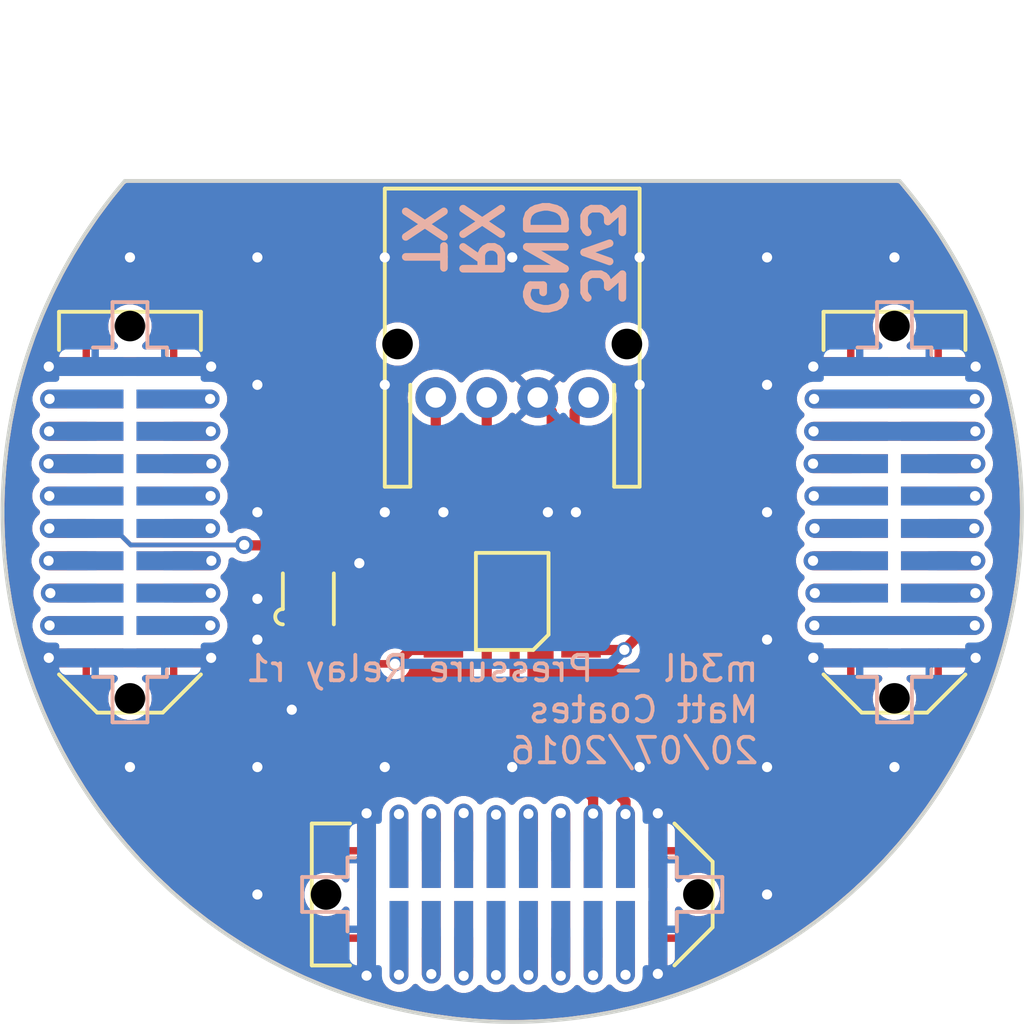
<source format=kicad_pcb>
(kicad_pcb (version 20221018) (generator pcbnew)
  (layers (0 "F.Cu" signal) (31 "B.Cu" signal) (34 "B.Paste" user) (35 "F.Paste" user) (36 "B.SilkS" user "B.Silkscreen") (37 "F.SilkS" user "F.Silkscreen") (38 "B.Mask" user) (39 "F.Mask" user) (44 "Edge.Cuts" user))
  (net 0 "")
  (net 1 "/3v3_DL")
  (net 2 "GND")
  (net 3 "3v3")
  (net 4 "Net-(IC1-Pad2)")
  (net 5 "Net-(IC1-Pad3)")
  (net 6 "/TX")
  (net 7 "/RX")
  (net 8 "/PRESSURE2")
  (net 9 "/PRESSURE1")
  (net 10 "/3v3_IMU")
  (net 11 "/JTMS")
  (net 12 "/3v3_RADIO")
  (net 13 "/JTCK")
  (net 14 "/3v3_FC")
  (net 15 "/JTDI")
  (net 16 "/3v3_PYRO")
  (net 17 "/JTDR")
  (net 18 "/RSVD1")
  (net 19 "/3v3_AUX1")
  (net 20 "/5v_CAN")
  (net 21 "/3v3_AUX2")
  (net 22 "/CAN-")
  (net 23 "/RSVD2")
  (net 24 "/CAN+")
  (net 25 "/PYRO_SO")
  (net 26 "/PYRO_SI")
  (net 27 "/5v_RADIO")
  (net 28 "/PYRO1")
  (net 29 "/5v_IMU")
  (net 30 "/PYRO2")
  (net 31 "/5v_AUX1")
  (net 32 "/PYRO3")
  (net 33 "/5v_AUX2")
  (net 34 "/PYRO4")
  (net 35 "/5v_CAM")
  (net 36 "/PWR")
  (net 37 "/CHARGE")
  (net 38 "/PRESSURE3")
  (net 39 "/STRAIN1")
  (net 40 "/SPI1_SCK")
  (net 41 "/STRAIN2")
  (net 42 "/SPI1_MISO")
  (net 43 "/STRAIN3")
  (net 44 "/SPI1_MOSI")
  (net 45 "/STRAIN4")
  (net 46 "/PRESSURE4")
  (net 47 "/STRAIN5")
  (net 48 "/PRESSURE5")
  (net 49 "/STRAIN6")
  (net 50 "/TEMP_INT")
  (net 51 "/SPI1_CS")
  (footprint "agg:0402-L" (layer "F.Cu") (at 91.5 101.3)
    (fp_text reference "C1")
    (fp_text value "1u")
    (pad "1" smd rect (at -0.4 0) (size 0.52 0.52) (layers "F.Cu" "F.Paste" "F.Mask") (net 1 "/3v3_DL"))
    (pad "2" smd rect (at 0.4 0) (size 0.52 0.52) (layers "F.Cu" "F.Paste" "F.Mask") (net 2 "GND"))
  )
  (footprint "agg:0402-L" (layer "F.Cu") (at 91.35 106.35 -90)
    (fp_text reference "C2")
    (fp_text value "1u")
    (pad "1" smd rect (at -0.4 0 270) (size 0.52 0.52) (layers "F.Cu" "F.Paste" "F.Mask") (net 3 "3v3"))
    (pad "2" smd rect (at 0.4 0 270) (size 0.52 0.52) (layers "F.Cu" "F.Paste" "F.Mask") (net 2 "GND"))
  )
  (footprint "agg:0402" (layer "F.Cu") (at 102 97.1)
    (fp_text reference "D1")
    (fp_text value "ESD_DIODE")
    (pad "1" smd rect (at -0.45 0) (size 0.62 0.62) (layers "F.Cu" "F.Paste" "F.Mask") (net 2 "GND"))
    (pad "2" smd rect (at 0.45 0) (size 0.62 0.62) (layers "F.Cu" "F.Paste" "F.Mask") (net 3 "3v3"))
  )
  (footprint "agg:DFN-6-EP-ONSEMI" (layer "F.Cu") (at 92 103.4 90)
    (fp_text reference "IC1")
    (fp_text value "NCP380")
    (pad "1" smd rect (at -0.915 -0.65 90) (size 0.47 0.4) (layers "F.Cu" "F.Paste" "F.Mask") (net 3 "3v3"))
    (pad "2" smd rect (at -0.915 0 90) (size 0.47 0.4) (layers "F.Cu" "F.Paste" "F.Mask") (net 4 "Net-(IC1-Pad2)"))
    (pad "3" smd rect (at -0.915 0.65 90) (size 0.47 0.4) (layers "F.Cu" "F.Paste" "F.Mask") (net 5 "Net-(IC1-Pad3)"))
    (pad "4" smd rect (at 0.915 0.65 90) (size 0.47 0.4) (layers "F.Cu" "F.Paste" "F.Mask") (net 2 "GND"))
    (pad "5" smd rect (at 0.915 0 90) (size 0.47 0.4) (layers "F.Cu" "F.Paste" "F.Mask") (net 2 "GND"))
    (pad "6" smd rect (at 0.915 -0.65 90) (size 0.47 0.4) (layers "F.Cu" "F.Paste" "F.Mask") (net 1 "/3v3_DL"))
    (pad "EP" smd rect (at 0 -0.35 90) (size 0.5 0.5) (layers "F.Cu" "F.Paste") (net 2 "GND"))
    (pad "EP" smd rect (at 0 0 90) (size 0.95 1.7) (layers "F.Cu" "F.Mask") (net 2 "GND"))
    (pad "EP" smd rect (at 0 0.35 90) (size 0.5 0.5) (layers "F.Cu" "F.Paste") (net 2 "GND"))
  )
  (footprint "agg:SOIC-8" (layer "F.Cu") (at 100 103.5 180)
    (fp_text reference "IC2")
    (fp_text value "ADuM1201")
    (pad "1" smd rect (at -2.7 -1.905 180) (size 1.55 0.6) (layers "F.Cu" "F.Paste" "F.Mask") (net 3 "3v3"))
    (pad "2" smd rect (at -2.7 -0.635 180) (size 1.55 0.6) (layers "F.Cu" "F.Paste" "F.Mask") (net 6 "/TX"))
    (pad "3" smd rect (at -2.7 0.635 180) (size 1.55 0.6) (layers "F.Cu" "F.Paste" "F.Mask") (net 7 "/RX"))
    (pad "4" smd rect (at -2.7 1.905 180) (size 1.55 0.6) (layers "F.Cu" "F.Paste" "F.Mask") (net 2 "GND"))
    (pad "5" smd rect (at 2.7 1.905 180) (size 1.55 0.6) (layers "F.Cu" "F.Paste" "F.Mask") (net 2 "GND"))
    (pad "6" smd rect (at 2.7 0.635 180) (size 1.55 0.6) (layers "F.Cu" "F.Paste" "F.Mask") (net 8 "/PRESSURE2"))
    (pad "7" smd rect (at 2.7 -0.635 180) (size 1.55 0.6) (layers "F.Cu" "F.Paste" "F.Mask") (net 9 "/PRESSURE1"))
    (pad "8" smd rect (at 2.7 -1.905 180) (size 1.55 0.6) (layers "F.Cu" "F.Paste" "F.Mask") (net 3 "3v3"))
  )
  (footprint "agg:TFML-110-02-L-D" (layer "F.Cu") (at 85 100 -90)
    (fp_text reference "J1")
    (fp_text value "WEST TOP")
    (pad "1" smd rect (at -5.715 1.715 270) (size 0.74 2.92) (layers "F.Cu" "F.Paste" "F.Mask") (net 2 "GND"))
    (pad "2" smd rect (at -5.715 -1.715 270) (size 0.74 2.92) (layers "F.Cu" "F.Paste" "F.Mask") (net 2 "GND"))
    (pad "3" smd rect (at -4.445 1.715 270) (size 0.74 2.92) (layers "F.Cu" "F.Paste" "F.Mask") (net 10 "/3v3_IMU"))
    (pad "4" smd rect (at -4.445 -1.715 270) (size 0.74 2.92) (layers "F.Cu" "F.Paste" "F.Mask") (net 11 "/JTMS"))
    (pad "5" smd rect (at -3.175 1.715 270) (size 0.74 2.92) (layers "F.Cu" "F.Paste" "F.Mask") (net 12 "/3v3_RADIO"))
    (pad "6" smd rect (at -3.175 -1.715 270) (size 0.74 2.92) (layers "F.Cu" "F.Paste" "F.Mask") (net 13 "/JTCK"))
    (pad "7" smd rect (at -1.905 1.715 270) (size 0.74 2.92) (layers "F.Cu" "F.Paste" "F.Mask") (net 14 "/3v3_FC"))
    (pad "8" smd rect (at -1.905 -1.715 270) (size 0.74 2.92) (layers "F.Cu" "F.Paste" "F.Mask") (net 15 "/JTDI"))
    (pad "9" smd rect (at -0.635 1.715 270) (size 0.74 2.92) (layers "F.Cu" "F.Paste" "F.Mask") (net 16 "/3v3_PYRO"))
    (pad "10" smd rect (at -0.635 -1.715 270) (size 0.74 2.92) (layers "F.Cu" "F.Paste" "F.Mask") (net 17 "/JTDR"))
    (pad "11" smd rect (at 0.635 1.715 270) (size 0.74 2.92) (layers "F.Cu" "F.Paste" "F.Mask") (net 1 "/3v3_DL"))
    (pad "12" smd rect (at 0.635 -1.715 270) (size 0.74 2.92) (layers "F.Cu" "F.Paste" "F.Mask") (net 18 "/RSVD1"))
    (pad "13" smd rect (at 1.905 1.715 270) (size 0.74 2.92) (layers "F.Cu" "F.Paste" "F.Mask") (net 19 "/3v3_AUX1"))
    (pad "14" smd rect (at 1.905 -1.715 270) (size 0.74 2.92) (layers "F.Cu" "F.Paste" "F.Mask") (net 20 "/5v_CAN"))
    (pad "15" smd rect (at 3.175 1.715 270) (size 0.74 2.92) (layers "F.Cu" "F.Paste" "F.Mask") (net 21 "/3v3_AUX2"))
    (pad "16" smd rect (at 3.175 -1.715 270) (size 0.74 2.92) (layers "F.Cu" "F.Paste" "F.Mask") (net 22 "/CAN-"))
    (pad "17" smd rect (at 4.445 1.715 270) (size 0.74 2.92) (layers "F.Cu" "F.Paste" "F.Mask") (net 23 "/RSVD2"))
    (pad "18" smd rect (at 4.445 -1.715 270) (size 0.74 2.92) (layers "F.Cu" "F.Paste" "F.Mask") (net 24 "/CAN+"))
    (pad "19" smd rect (at 5.715 1.715 270) (size 0.74 2.92) (layers "F.Cu" "F.Paste" "F.Mask") (net 2 "GND"))
    (pad "20" smd rect (at 5.715 -1.715 270) (size 0.74 2.92) (layers "F.Cu" "F.Paste" "F.Mask") (net 2 "GND"))
  )
  (footprint "agg:TFML-110-02-L-D" (layer "F.Cu") (at 115 100 -90)
    (fp_text reference "J2")
    (fp_text value "EAST TOP")
    (pad "1" smd rect (at -5.715 1.715 270) (size 0.74 2.92) (layers "F.Cu" "F.Paste" "F.Mask") (net 2 "GND"))
    (pad "2" smd rect (at -5.715 -1.715 270) (size 0.74 2.92) (layers "F.Cu" "F.Paste" "F.Mask") (net 2 "GND"))
    (pad "3" smd rect (at -4.445 1.715 270) (size 0.74 2.92) (layers "F.Cu" "F.Paste" "F.Mask") (net 25 "/PYRO_SO"))
    (pad "4" smd rect (at -4.445 -1.715 270) (size 0.74 2.92) (layers "F.Cu" "F.Paste" "F.Mask") (net 25 "/PYRO_SO"))
    (pad "5" smd rect (at -3.175 1.715 270) (size 0.74 2.92) (layers "F.Cu" "F.Paste" "F.Mask") (net 26 "/PYRO_SI"))
    (pad "6" smd rect (at -3.175 -1.715 270) (size 0.74 2.92) (layers "F.Cu" "F.Paste" "F.Mask") (net 26 "/PYRO_SI"))
    (pad "7" smd rect (at -1.905 1.715 270) (size 0.74 2.92) (layers "F.Cu" "F.Paste" "F.Mask") (net 27 "/5v_RADIO"))
    (pad "8" smd rect (at -1.905 -1.715 270) (size 0.74 2.92) (layers "F.Cu" "F.Paste" "F.Mask") (net 28 "/PYRO1"))
    (pad "9" smd rect (at -0.635 1.715 270) (size 0.74 2.92) (layers "F.Cu" "F.Paste" "F.Mask") (net 29 "/5v_IMU"))
    (pad "10" smd rect (at -0.635 -1.715 270) (size 0.74 2.92) (layers "F.Cu" "F.Paste" "F.Mask") (net 30 "/PYRO2"))
    (pad "11" smd rect (at 0.635 1.715 270) (size 0.74 2.92) (layers "F.Cu" "F.Paste" "F.Mask") (net 31 "/5v_AUX1"))
    (pad "12" smd rect (at 0.635 -1.715 270) (size 0.74 2.92) (layers "F.Cu" "F.Paste" "F.Mask") (net 32 "/PYRO3"))
    (pad "13" smd rect (at 1.905 1.715 270) (size 0.74 2.92) (layers "F.Cu" "F.Paste" "F.Mask") (net 33 "/5v_AUX2"))
    (pad "14" smd rect (at 1.905 -1.715 270) (size 0.74 2.92) (layers "F.Cu" "F.Paste" "F.Mask") (net 34 "/PYRO4"))
    (pad "15" smd rect (at 3.175 1.715 270) (size 0.74 2.92) (layers "F.Cu" "F.Paste" "F.Mask") (net 35 "/5v_CAM"))
    (pad "16" smd rect (at 3.175 -1.715 270) (size 0.74 2.92) (layers "F.Cu" "F.Paste" "F.Mask") (net 36 "/PWR"))
    (pad "17" smd rect (at 4.445 1.715 270) (size 0.74 2.92) (layers "F.Cu" "F.Paste" "F.Mask") (net 37 "/CHARGE"))
    (pad "18" smd rect (at 4.445 -1.715 270) (size 0.74 2.92) (layers "F.Cu" "F.Paste" "F.Mask") (net 37 "/CHARGE"))
    (pad "19" smd rect (at 5.715 1.715 270) (size 0.74 2.92) (layers "F.Cu" "F.Paste" "F.Mask") (net 2 "GND"))
    (pad "20" smd rect (at 5.715 -1.715 270) (size 0.74 2.92) (layers "F.Cu" "F.Paste" "F.Mask") (net 2 "GND"))
  )
  (footprint "agg:S04B-PASK-2" (layer "F.Cu") (at 100 95.5)
    (fp_text reference "J4")
    (fp_text value "UART")
    (pad "" np_thru_hole circle (at -4.5 -2.1) (size 1.2 1.2) (drill 1.2) (layers "*.Mask"))
    (pad "" np_thru_hole circle (at 4.5 -2.1) (size 1.2 1.2) (drill 1.2) (layers "*.Mask"))
    (pad "1" thru_hole circle (at 3 0) (size 1.6 1.6) (drill 0.8) (layers "*.Cu" "*.Mask") (net 3 "3v3"))
    (pad "2" thru_hole circle (at 1 0) (size 1.6 1.6) (drill 0.8) (layers "*.Cu" "*.Mask") (net 2 "GND"))
    (pad "3" thru_hole circle (at -1 0) (size 1.6 1.6) (drill 0.8) (layers "*.Cu" "*.Mask") (net 7 "/RX"))
    (pad "4" thru_hole circle (at -3 0) (size 1.6 1.6) (drill 0.8) (layers "*.Cu" "*.Mask") (net 6 "/TX"))
  )
  (footprint "agg:TFML-110-02-L-D" (layer "F.Cu") (at 100 115)
    (fp_text reference "J6")
    (fp_text value "SOUTH TOP")
    (pad "1" smd rect (at -5.715 1.715) (size 0.74 2.92) (layers "F.Cu" "F.Paste" "F.Mask") (net 2 "GND"))
    (pad "2" smd rect (at -5.715 -1.715) (size 0.74 2.92) (layers "F.Cu" "F.Paste" "F.Mask") (net 2 "GND"))
    (pad "3" smd rect (at -4.445 1.715) (size 0.74 2.92) (layers "F.Cu" "F.Paste" "F.Mask") (net 38 "/PRESSURE3"))
    (pad "4" smd rect (at -4.445 -1.715) (size 0.74 2.92) (layers "F.Cu" "F.Paste" "F.Mask") (net 39 "/STRAIN1"))
    (pad "5" smd rect (at -3.175 1.715) (size 0.74 2.92) (layers "F.Cu" "F.Paste" "F.Mask") (net 40 "/SPI1_SCK"))
    (pad "6" smd rect (at -3.175 -1.715) (size 0.74 2.92) (layers "F.Cu" "F.Paste" "F.Mask") (net 41 "/STRAIN2"))
    (pad "7" smd rect (at -1.905 1.715) (size 0.74 2.92) (layers "F.Cu" "F.Paste" "F.Mask") (net 42 "/SPI1_MISO"))
    (pad "8" smd rect (at -1.905 -1.715) (size 0.74 2.92) (layers "F.Cu" "F.Paste" "F.Mask") (net 43 "/STRAIN3"))
    (pad "9" smd rect (at -0.635 1.715) (size 0.74 2.92) (layers "F.Cu" "F.Paste" "F.Mask") (net 44 "/SPI1_MOSI"))
    (pad "10" smd rect (at -0.635 -1.715) (size 0.74 2.92) (layers "F.Cu" "F.Paste" "F.Mask") (net 45 "/STRAIN4"))
    (pad "11" smd rect (at 0.635 1.715) (size 0.74 2.92) (layers "F.Cu" "F.Paste" "F.Mask") (net 46 "/PRESSURE4"))
    (pad "12" smd rect (at 0.635 -1.715) (size 0.74 2.92) (layers "F.Cu" "F.Paste" "F.Mask") (net 47 "/STRAIN5"))
    (pad "13" smd rect (at 1.905 1.715) (size 0.74 2.92) (layers "F.Cu" "F.Paste" "F.Mask") (net 48 "/PRESSURE5"))
    (pad "14" smd rect (at 1.905 -1.715) (size 0.74 2.92) (layers "F.Cu" "F.Paste" "F.Mask") (net 49 "/STRAIN6"))
    (pad "15" smd rect (at 3.175 1.715) (size 0.74 2.92) (layers "F.Cu" "F.Paste" "F.Mask") (net 50 "/TEMP_INT"))
    (pad "16" smd rect (at 3.175 -1.715) (size 0.74 2.92) (layers "F.Cu" "F.Paste" "F.Mask") (net 9 "/PRESSURE1"))
    (pad "17" smd rect (at 4.445 1.715) (size 0.74 2.92) (layers "F.Cu" "F.Paste" "F.Mask") (net 51 "/SPI1_CS"))
    (pad "18" smd rect (at 4.445 -1.715) (size 0.74 2.92) (layers "F.Cu" "F.Paste" "F.Mask") (net 8 "/PRESSURE2"))
    (pad "19" smd rect (at 5.715 1.715) (size 0.74 2.92) (layers "F.Cu" "F.Paste" "F.Mask") (net 2 "GND"))
    (pad "20" smd rect (at 5.715 -1.715) (size 0.74 2.92) (layers "F.Cu" "F.Paste" "F.Mask") (net 2 "GND"))
  )
  (footprint "agg:0402-L" (layer "F.Cu") (at 94 103.4 90)
    (fp_text reference "R1")
    (fp_text value "110k")
    (pad "1" smd rect (at -0.4 0 90) (size 0.52 0.52) (layers "F.Cu" "F.Paste" "F.Mask") (net 4 "Net-(IC1-Pad2)"))
    (pad "2" smd rect (at 0.4 0 90) (size 0.52 0.52) (layers "F.Cu" "F.Paste" "F.Mask") (net 2 "GND"))
  )
  (footprint "agg:SFML-110-02-L-D-LC" (layer "B.Cu") (at 85 100 -90)
    (fp_text reference "J3")
    (fp_text value "WEST BOT")
    (pad "" np_thru_hole circle (at -7.305 0 270) (size 1.2 1.2) (drill 1.2) (layers "*.Mask"))
    (pad "" np_thru_hole circle (at 7.305 0 270) (size 1.2 1.2) (drill 1.2) (layers "*.Mask"))
    (pad "1" smd rect (at -5.715 1.365 270) (size 0.74 2.22) (layers "B.Cu" "B.Paste" "B.Mask") (net 2 "GND"))
    (pad "2" smd rect (at -5.715 -1.365 270) (size 0.74 2.22) (layers "B.Cu" "B.Paste" "B.Mask") (net 2 "GND"))
    (pad "3" smd rect (at -4.445 1.365 270) (size 0.74 2.22) (layers "B.Cu" "B.Paste" "B.Mask") (net 10 "/3v3_IMU"))
    (pad "4" smd rect (at -4.445 -1.365 270) (size 0.74 2.22) (layers "B.Cu" "B.Paste" "B.Mask") (net 11 "/JTMS"))
    (pad "5" smd rect (at -3.175 1.365 270) (size 0.74 2.22) (layers "B.Cu" "B.Paste" "B.Mask") (net 12 "/3v3_RADIO"))
    (pad "6" smd rect (at -3.175 -1.365 270) (size 0.74 2.22) (layers "B.Cu" "B.Paste" "B.Mask") (net 13 "/JTCK"))
    (pad "7" smd rect (at -1.905 1.365 270) (size 0.74 2.22) (layers "B.Cu" "B.Paste" "B.Mask") (net 14 "/3v3_FC"))
    (pad "8" smd rect (at -1.905 -1.365 270) (size 0.74 2.22) (layers "B.Cu" "B.Paste" "B.Mask") (net 15 "/JTDI"))
    (pad "9" smd rect (at -0.635 1.365 270) (size 0.74 2.22) (layers "B.Cu" "B.Paste" "B.Mask") (net 16 "/3v3_PYRO"))
    (pad "10" smd rect (at -0.635 -1.365 270) (size 0.74 2.22) (layers "B.Cu" "B.Paste" "B.Mask") (net 17 "/JTDR"))
    (pad "11" smd rect (at 0.635 1.365 270) (size 0.74 2.22) (layers "B.Cu" "B.Paste" "B.Mask") (net 1 "/3v3_DL"))
    (pad "12" smd rect (at 0.635 -1.365 270) (size 0.74 2.22) (layers "B.Cu" "B.Paste" "B.Mask") (net 18 "/RSVD1"))
    (pad "13" smd rect (at 1.905 1.365 270) (size 0.74 2.22) (layers "B.Cu" "B.Paste" "B.Mask") (net 19 "/3v3_AUX1"))
    (pad "14" smd rect (at 1.905 -1.365 270) (size 0.74 2.22) (layers "B.Cu" "B.Paste" "B.Mask") (net 20 "/5v_CAN"))
    (pad "15" smd rect (at 3.175 1.365 270) (size 0.74 2.22) (layers "B.Cu" "B.Paste" "B.Mask") (net 21 "/3v3_AUX2"))
    (pad "16" smd rect (at 3.175 -1.365 270) (size 0.74 2.22) (layers "B.Cu" "B.Paste" "B.Mask") (net 22 "/CAN-"))
    (pad "17" smd rect (at 4.445 1.365 270) (size 0.74 2.22) (layers "B.Cu" "B.Paste" "B.Mask") (net 23 "/RSVD2"))
    (pad "18" smd rect (at 4.445 -1.365 270) (size 0.74 2.22) (layers "B.Cu" "B.Paste" "B.Mask") (net 24 "/CAN+"))
    (pad "19" smd rect (at 5.715 1.365 270) (size 0.74 2.22) (layers "B.Cu" "B.Paste" "B.Mask") (net 2 "GND"))
    (pad "20" smd rect (at 5.715 -1.365 270) (size 0.74 2.22) (layers "B.Cu" "B.Paste" "B.Mask") (net 2 "GND"))
  )
  (footprint "agg:SFML-110-02-L-D-LC" (layer "B.Cu") (at 115 100 -90)
    (fp_text reference "J5")
    (fp_text value "EAST BOT")
    (pad "" np_thru_hole circle (at -7.305 0 270) (size 1.2 1.2) (drill 1.2) (layers "*.Mask"))
    (pad "" np_thru_hole circle (at 7.305 0 270) (size 1.2 1.2) (drill 1.2) (layers "*.Mask"))
    (pad "1" smd rect (at -5.715 1.365 270) (size 0.74 2.22) (layers "B.Cu" "B.Paste" "B.Mask") (net 2 "GND"))
    (pad "2" smd rect (at -5.715 -1.365 270) (size 0.74 2.22) (layers "B.Cu" "B.Paste" "B.Mask") (net 2 "GND"))
    (pad "3" smd rect (at -4.445 1.365 270) (size 0.74 2.22) (layers "B.Cu" "B.Paste" "B.Mask") (net 25 "/PYRO_SO"))
    (pad "4" smd rect (at -4.445 -1.365 270) (size 0.74 2.22) (layers "B.Cu" "B.Paste" "B.Mask") (net 25 "/PYRO_SO"))
    (pad "5" smd rect (at -3.175 1.365 270) (size 0.74 2.22) (layers "B.Cu" "B.Paste" "B.Mask") (net 26 "/PYRO_SI"))
    (pad "6" smd rect (at -3.175 -1.365 270) (size 0.74 2.22) (layers "B.Cu" "B.Paste" "B.Mask") (net 26 "/PYRO_SI"))
    (pad "7" smd rect (at -1.905 1.365 270) (size 0.74 2.22) (layers "B.Cu" "B.Paste" "B.Mask") (net 27 "/5v_RADIO"))
    (pad "8" smd rect (at -1.905 -1.365 270) (size 0.74 2.22) (layers "B.Cu" "B.Paste" "B.Mask") (net 28 "/PYRO1"))
    (pad "9" smd rect (at -0.635 1.365 270) (size 0.74 2.22) (layers "B.Cu" "B.Paste" "B.Mask") (net 29 "/5v_IMU"))
    (pad "10" smd rect (at -0.635 -1.365 270) (size 0.74 2.22) (layers "B.Cu" "B.Paste" "B.Mask") (net 30 "/PYRO2"))
    (pad "11" smd rect (at 0.635 1.365 270) (size 0.74 2.22) (layers "B.Cu" "B.Paste" "B.Mask") (net 31 "/5v_AUX1"))
    (pad "12" smd rect (at 0.635 -1.365 270) (size 0.74 2.22) (layers "B.Cu" "B.Paste" "B.Mask") (net 32 "/PYRO3"))
    (pad "13" smd rect (at 1.905 1.365 270) (size 0.74 2.22) (layers "B.Cu" "B.Paste" "B.Mask") (net 33 "/5v_AUX2"))
    (pad "14" smd rect (at 1.905 -1.365 270) (size 0.74 2.22) (layers "B.Cu" "B.Paste" "B.Mask") (net 34 "/PYRO4"))
    (pad "15" smd rect (at 3.175 1.365 270) (size 0.74 2.22) (layers "B.Cu" "B.Paste" "B.Mask") (net 35 "/5v_CAM"))
    (pad "16" smd rect (at 3.175 -1.365 270) (size 0.74 2.22) (layers "B.Cu" "B.Paste" "B.Mask") (net 36 "/PWR"))
    (pad "17" smd rect (at 4.445 1.365 270) (size 0.74 2.22) (layers "B.Cu" "B.Paste" "B.Mask") (net 37 "/CHARGE"))
    (pad "18" smd rect (at 4.445 -1.365 270) (size 0.74 2.22) (layers "B.Cu" "B.Paste" "B.Mask") (net 37 "/CHARGE"))
    (pad "19" smd rect (at 5.715 1.365 270) (size 0.74 2.22) (layers "B.Cu" "B.Paste" "B.Mask") (net 2 "GND"))
    (pad "20" smd rect (at 5.715 -1.365 270) (size 0.74 2.22) (layers "B.Cu" "B.Paste" "B.Mask") (net 2 "GND"))
  )
  (footprint "agg:SFML-110-02-L-D-LC" (layer "B.Cu") (at 100 115)
    (fp_text reference "J7")
    (fp_text value "SOUTH BOT")
    (pad "" np_thru_hole circle (at -7.305 0) (size 1.2 1.2) (drill 1.2) (layers "*.Mask"))
    (pad "" np_thru_hole circle (at 7.305 0) (size 1.2 1.2) (drill 1.2) (layers "*.Mask"))
    (pad "1" smd rect (at -5.715 1.365) (size 0.74 2.22) (layers "B.Cu" "B.Paste" "B.Mask") (net 2 "GND"))
    (pad "2" smd rect (at -5.715 -1.365) (size 0.74 2.22) (layers "B.Cu" "B.Paste" "B.Mask") (net 2 "GND"))
    (pad "3" smd rect (at -4.445 1.365) (size 0.74 2.22) (layers "B.Cu" "B.Paste" "B.Mask") (net 38 "/PRESSURE3"))
    (pad "4" smd rect (at -4.445 -1.365) (size 0.74 2.22) (layers "B.Cu" "B.Paste" "B.Mask") (net 39 "/STRAIN1"))
    (pad "5" smd rect (at -3.175 1.365) (size 0.74 2.22) (layers "B.Cu" "B.Paste" "B.Mask") (net 40 "/SPI1_SCK"))
    (pad "6" smd rect (at -3.175 -1.365) (size 0.74 2.22) (layers "B.Cu" "B.Paste" "B.Mask") (net 41 "/STRAIN2"))
    (pad "7" smd rect (at -1.905 1.365) (size 0.74 2.22) (layers "B.Cu" "B.Paste" "B.Mask") (net 42 "/SPI1_MISO"))
    (pad "8" smd rect (at -1.905 -1.365) (size 0.74 2.22) (layers "B.Cu" "B.Paste" "B.Mask") (net 43 "/STRAIN3"))
    (pad "9" smd rect (at -0.635 1.365) (size 0.74 2.22) (layers "B.Cu" "B.Paste" "B.Mask") (net 44 "/SPI1_MOSI"))
    (pad "10" smd rect (at -0.635 -1.365) (size 0.74 2.22) (layers "B.Cu" "B.Paste" "B.Mask") (net 45 "/STRAIN4"))
    (pad "11" smd rect (at 0.635 1.365) (size 0.74 2.22) (layers "B.Cu" "B.Paste" "B.Mask") (net 46 "/PRESSURE4"))
    (pad "12" smd rect (at 0.635 -1.365) (size 0.74 2.22) (layers "B.Cu" "B.Paste" "B.Mask") (net 47 "/STRAIN5"))
    (pad "13" smd rect (at 1.905 1.365) (size 0.74 2.22) (layers "B.Cu" "B.Paste" "B.Mask") (net 48 "/PRESSURE5"))
    (pad "14" smd rect (at 1.905 -1.365) (size 0.74 2.22) (layers "B.Cu" "B.Paste" "B.Mask") (net 49 "/STRAIN6"))
    (pad "15" smd rect (at 3.175 1.365) (size 0.74 2.22) (layers "B.Cu" "B.Paste" "B.Mask") (net 50 "/TEMP_INT"))
    (pad "16" smd rect (at 3.175 -1.365) (size 0.74 2.22) (layers "B.Cu" "B.Paste" "B.Mask") (net 9 "/PRESSURE1"))
    (pad "17" smd rect (at 4.445 1.365) (size 0.74 2.22) (layers "B.Cu" "B.Paste" "B.Mask") (net 51 "/SPI1_CS"))
    (pad "18" smd rect (at 4.445 -1.365) (size 0.74 2.22) (layers "B.Cu" "B.Paste" "B.Mask") (net 8 "/PRESSURE2"))
    (pad "19" smd rect (at 5.715 1.365) (size 0.74 2.22) (layers "B.Cu" "B.Paste" "B.Mask") (net 2 "GND"))
    (pad "20" smd rect (at 5.715 -1.365) (size 0.74 2.22) (layers "B.Cu" "B.Paste" "B.Mask") (net 2 "GND"))
  )
  (gr_arc (start 115.2 87) (mid 100 120.001) (end 84.8 87) (stroke (width 0.15)) (layer "Edge.Cuts"))
  (gr_line (start 84.8 87) (end 115.2 87) (stroke (width 0.15)) (layer "Edge.Cuts"))
  (gr_text "3v3" (at 103.5 92 270) (layer "B.SilkS") (effects (font (size 1.5 1.5) (thickness 0.3)) (justify left mirror)))
  (gr_text "RX" (at 98.75 91 270) (layer "B.SilkS") (effects (font (size 1.5 1.5) (thickness 0.3)) (justify left mirror)))
  (gr_text "GND" (at 101.25 92.5 270) (layer "B.SilkS") (effects (font (size 1.5 1.5) (thickness 0.3)) (justify left mirror)))
  (gr_text "m3dl - Pressure Relay r1\nMatt Coates\n20/07/2016\n" (at 109.75 107.75) (layer "B.SilkS") (effects (font (size 1 1)) (justify left mirror)))
  (gr_text "TX" (at 96.5 90.75 270) (layer "B.SilkS") (effects (font (size 1.5 1.5) (thickness 0.3)) (justify left mirror)))
  (segment (start 83.285 100.635) (end 81.835 100.635) (width 0.74) (layer "F.Cu") (net 1))
  (segment (start 91.1 101.3) (end 89.5 101.3) (width 0.4) (layer "F.Cu") (net 1))
  (segment (start 91.35 102.485) (end 91.35 101.875) (width 0.3) (layer "F.Cu") (net 1))
  (segment (start 84.375 100.635) (end 85.02499 101.28499) (width 0.18) (layer "F.Cu") (net 1))
  (segment (start 83.285 100.635) (end 84.375 100.635) (width 0.2) (layer "F.Cu") (net 1))
  (segment (start 91.1 101.625) (end 91.1 101.3) (width 0.3) (layer "F.Cu") (net 1))
  (segment (start 91.35 101.875) (end 91.1 101.625) (width 0.3) (layer "F.Cu") (net 1))
  (segment (start 85.02499 101.28499) (end 89.48499 101.28499) (width 0.18) (layer "F.Cu") (net 1))
  (segment (start 89.5 101.3) (end 89.48499 101.28499) (width 0.4) (layer "F.Cu") (net 1))
  (via (at 81.835 100.635) (size 0.7) (drill 0.4) (layers "F.Cu" "B.Cu") (net 1))
  (via (at 89.48499 101.28499) (size 0.7) (drill 0.4) (layers "F.Cu" "B.Cu") (net 1))
  (segment (start 84.375 100.635) (end 83.635 100.635) (width 0.18) (layer "B.Cu") (net 1))
  (segment (start 85.055008 101.28499) (end 89.48499 101.28499) (width 0.18) (layer "B.Cu") (net 1))
  (segment (start 85.024999 101.284999) (end 85.054999 101.284999) (width 0.18) (layer "B.Cu") (net 1))
  (segment (start 83.635 100.635) (end 81.835 100.635) (width 0.74) (layer "B.Cu") (net 1))
  (segment (start 85.054999 101.284999) (end 85.055008 101.28499) (width 0.18) (layer "B.Cu") (net 1))
  (segment (start 85.024999 101.284999) (end 84.375 100.635) (width 0.18) (layer "B.Cu") (net 1))
  (segment (start 95 110) (end 100 110) (width 0.18) (layer "F.Cu") (net 2))
  (segment (start 92.65 102.485) (end 92.65 102.9) (width 0.3) (layer "F.Cu") (net 2))
  (segment (start 101.55 97.1) (end 101.55 96.05) (width 0.4) (layer "F.Cu") (net 2))
  (segment (start 97.3 101.595) (end 97.3 100) (width 0.18) (layer "F.Cu") (net 2))
  (segment (start 86.715 94.285) (end 88.185 94.285) (width 0.74) (layer "F.Cu") (net 2))
  (segment (start 110 110) (end 110 115) (width 0.18) (layer "F.Cu") (net 2))
  (segment (start 102.7 101.595) (end 102.7 100.2) (width 0.18) (layer "F.Cu") (net 2))
  (segment (start 95 90) (end 90 90) (width 0.18) (layer "F.Cu") (net 2))
  (segment (start 92.55 101.3) (end 91.9 101.3) (width 0.2) (layer "F.Cu") (net 2))
  (segment (start 90.97 103.4) (end 90 103.4) (width 0.18) (layer "F.Cu") (net 2))
  (segment (start 116.715 94.285) (end 118.185 94.285) (width 0.74) (layer "F.Cu") (net 2))
  (segment (start 92.75 101.5) (end 92.55 101.3) (width 0.2) (layer "F.Cu") (net 2))
  (segment (start 113.285 105.715) (end 116.715 105.715) (width 0.74) (layer "F.Cu") (net 2))
  (segment (start 90 90) (end 85 90) (width 0.18) (layer "F.Cu") (net 2))
  (segment (start 81.815 105.715) (end 88.185 105.715) (width 0.74) (layer "F.Cu") (net 2))
  (segment (start 116.715 105.715) (end 118.185 105.715) (width 0.74) (layer "F.Cu") (net 2))
  (segment (start 94.285 111.815) (end 94.285 118.185) (width 0.74) (layer "F.Cu") (net 2))
  (segment (start 90 105) (end 90 110) (width 0.18) (layer "F.Cu") (net 2))
  (segment (start 91.35 106.75) (end 91.35 107.19) (width 0.18) (layer "F.Cu") (net 2))
  (segment (start 105 95) (end 110 90) (width 0.18) (layer "F.Cu") (net 2))
  (segment (start 92 102.485) (end 92 103.4) (width 0.3) (layer "F.Cu") (net 2))
  (segment (start 105.715 118.115) (end 105.715 116.715) (width 0.74) (layer "F.Cu") (net 2))
  (segment (start 102.7 100.2) (end 102.5 100) (width 0.18) (layer "F.Cu") (net 2))
  (segment (start 92 103.4) (end 92.15 103.4) (width 0.2) (layer "F.Cu") (net 2))
  (segment (start 91.35 107.19) (end 91.66 107.5) (width 0.18) (layer "F.Cu") (net 2))
  (segment (start 92 103.4) (end 90.97 103.4) (width 0.18) (layer "F.Cu") (net 2))
  (segment (start 113.285 94.285) (end 111.815 94.285) (width 0.74) (layer "F.Cu") (net 2))
  (segment (start 94 103) (end 94 102) (width 0.18) (layer "F.Cu") (net 2))
  (segment (start 105.715 111.815) (end 105.715 113.285) (width 0.74) (layer "F.Cu") (net 2))
  (segment (start 91.35 106.75) (end 91.35 107.75) (width 0.18) (layer "F.Cu") (net 2))
  (segment (start 101.55 96.05) (end 101 95.5) (width 0.4) (layer "F.Cu") (net 2))
  (segment (start 85 110) (end 90 115) (width 0.18) (layer "F.Cu") (net 2))
  (segment (start 102.5 100) (end 101.4 100) (width 0.18) (layer "F.Cu") (net 2))
  (segment (start 105 90) (end 100 90) (width 0.18) (layer "F.Cu") (net 2))
  (segment (start 90 90) (end 90 95) (width 0.18) (layer "F.Cu") (net 2))
  (segment (start 92.15 103.4) (end 92.65 102.9) (width 0.2) (layer "F.Cu") (net 2))
  (segment (start 92.65 101.85) (end 92.75 101.75) (width 0.2) (layer "F.Cu") (net 2))
  (segment (start 92.75 101.75) (end 92.75 101.5) (width 0.2) (layer "F.Cu") (net 2))
  (segment (start 110 105) (end 110 100) (width 0.18) (layer "F.Cu") (net 2))
  (segment (start 110 90) (end 115 90) (width 0.18) (layer "F.Cu") (net 2))
  (segment (start 91.66 107.5) (end 92.5 107.5) (width 0.18) (layer "F.Cu") (net 2))
  (segment (start 83.285 94.285) (end 86.715 94.285) (width 0.74) (layer "F.Cu") (net 2))
  (segment (start 95.905 101.595) (end 95 102.5) (width 0.18) (layer "F.Cu") (net 2))
  (segment (start 81.815 94.285) (end 83.285 94.285) (width 0.74) (layer "F.Cu") (net 2))
  (segment (start 105.715 116.715) (end 105.715 113.285) (width 0.74) (layer "F.Cu") (net 2))
  (segment (start 97.3 101.595) (end 95.905 101.595) (width 0.18) (layer "F.Cu") (net 2))
  (segment (start 92.65 102.485) (end 92.65 101.85) (width 0.2) (layer "F.Cu") (net 2))
  (segment (start 113.285 94.285) (end 116.715 94.285) (width 0.74) (layer "F.Cu") (net 2))
  (segment (start 113.285 105.715) (end 111.815 105.715) (width 0.74) (layer "F.Cu") (net 2))
  (segment (start 105 110) (end 110 110) (width 0.18) (layer "F.Cu") (net 2))
  (via (at 90 90) (size 0.6) (drill 0.4) (layers "F.Cu" "B.Cu") (net 2))
  (via (at 81.815 94.285) (size 0.7) (drill 0.4) (layers "F.Cu" "B.Cu") (net 2))
  (via (at 90 115) (size 0.6) (drill 0.4) (layers "F.Cu" "B.Cu") (net 2))
  (via (at 110 100) (size 0.6) (drill 0.4) (layers "F.Cu" "B.Cu") (net 2))
  (via (at 90 110) (size 0.6) (drill 0.4) (layers "F.Cu" "B.Cu") (net 2))
  (via (at 110 105) (size 0.6) (drill 0.4) (layers "F.Cu" "B.Cu") (net 2))
  (via (at 90 105) (size 0.6) (drill 0.4) (layers "F.Cu" "B.Cu") (net 2))
  (via (at 90 95) (size 0.6) (drill 0.4) (layers "F.Cu" "B.Cu") (net 2))
  (via (at 105 95) (size 0.6) (drill 0.4) (layers "F.Cu" "B.Cu") (net 2))
  (via (at 105.715 118.115) (size 0.7) (drill 0.4) (layers "F.Cu" "B.Cu") (net 2))
  (via (at 115 110) (size 0.6) (drill 0.4) (layers "F.Cu" "B.Cu") (net 2))
  (via (at 105 110) (size 0.6) (drill 0.4) (layers "F.Cu" "B.Cu") (net 2))
  (via (at 105 90) (size 0.6) (drill 0.4) (layers "F.Cu" "B.Cu") (net 2))
  (via (at 95 110) (size 0.6) (drill 0.4) (layers "F.Cu" "B.Cu") (net 2))
  (via (at 115 90) (size 0.6) (drill 0.4) (layers "F.Cu" "B.Cu") (net 2))
  (via (at 95 90) (size 0.6) (drill 0.4) (layers "F.Cu" "B.Cu") (net 2))
  (via (at 110 95) (size 0.6) (drill 0.4) (layers "F.Cu" "B.Cu") (net 2))
  (via (at 90 103.4) (size 0.6) (drill 0.4) (layers "F.Cu" "B.Cu") (net 2))
  (via (at 81.815 105.715) (size 0.7) (drill 0.4) (layers "F.Cu" "B.Cu") (net 2))
  (via (at 105.715 111.815) (size 0.7) (drill 0.4) (layers "F.Cu" "B.Cu") (net 2))
  (via (at 85 110) (size 0.6) (drill 0.4) (layers "F.Cu" "B.Cu") (net 2))
  (via (at 110 110) (size 0.6) (drill 0.4) (layers "F.Cu" "B.Cu") (net 2))
  (via (at 111.815 105.715) (size 0.7) (drill 0.4) (layers "F.Cu" "B.Cu") (net 2))
  (via (at 91.35 107.75) (size 0.6) (drill 0.4) (layers "F.Cu" "B.Cu") (net 2))
  (via (at 94 102) (size 0.6) (drill 0.4) (layers "F.Cu" "B.Cu") (net 2))
  (via (at 102.5 100) (size 0.6) (drill 0.4) (layers "F.Cu" "B.Cu") (net 2))
  (via (at 118.185 94.285) (size 0.7) (drill 0.4) (layers "F.Cu" "B.Cu") (net 2))
  (via (at 85 90) (size 0.6) (drill 0.4) (layers "F.Cu" "B.Cu") (net 2))
  (via (at 110 115) (size 0.6) (drill 0.4) (layers "F.Cu" "B.Cu") (net 2))
  (via (at 88.185 94.285) (size 0.7) (drill 0.4) (layers "F.Cu" "B.Cu") (net 2))
  (via (at 94.285 111.815) (size 0.7) (drill 0.4) (layers "F.Cu" "B.Cu") (net 2))
  (via (at 94.285 118.185) (size 0.7) (drill 0.4) (layers "F.Cu" "B.Cu") (net 2))
  (via (at 95 100) (size 0.6) (drill 0.4) (layers "F.Cu" "B.Cu") (net 2))
  (via (at 90 100) (size 0.6) (drill 0.4) (layers "F.Cu" "B.Cu") (net 2))
  (via (at 111.815 94.285) (size 0.7) (drill 0.4) (layers "F.Cu" "B.Cu") (net 2))
  (via (at 95 95) (size 0.6) (drill 0.4) (layers "F.Cu" "B.Cu") (net 2))
  (via (at 100 110) (size 0.6) (drill 0.4) (layers "F.Cu" "B.Cu") (net 2))
  (via (at 110 90) (size 0.6) (drill 0.4) (layers "F.Cu" "B.Cu") (net 2))
  (via (at 101.4 100) (size 0.6) (drill 0.4) (layers "F.Cu" "B.Cu") (net 2))
  (via (at 118.185 105.715) (size 0.7) (drill 0.4) (layers "F.Cu" "B.Cu") (net 2))
  (via (at 100 90) (size 0.6) (drill 0.4) (layers "F.Cu" "B.Cu") (net 2))
  (via (at 97.3 100) (size 0.6) (drill 0.4) (layers "F.Cu" "B.Cu") (net 2))
  (via (at 88.185 105.715) (size 0.7) (drill 0.4) (layers "F.Cu" "B.Cu") (net 2))
  (segment (start 105.715 113.635) (end 105.715 111.815) (width 0.74) (layer "B.Cu") (net 2))
  (segment (start 102.5 100) (end 105 100) (width 0.18) (layer "B.Cu") (net 2))
  (segment (start 110 90) (end 105 90) (width 0.18) (layer "B.Cu") (net 2))
  (segment (start 105.715 110.715) (end 105 110) (width 0.18) (layer "B.Cu") (net 2))
  (segment (start 113.635 94.285) (end 116.365 94.285) (width 0.74) (layer "B.Cu") (net 2))
  (segment (start 105.715 111.815) (end 105.715 110.715) (width 0.18) (layer "B.Cu") (net 2))
  (segment (start 111.815 94.285) (end 113.635 94.285) (width 0.74) (layer "B.Cu") (net 2))
  (segment (start 94.285 116.365) (end 94.285 113.635) (width 0.74) (layer "B.Cu") (net 2))
  (segment (start 86.365 105.715) (end 88.185 105.715) (width 0.74) (layer "B.Cu") (net 2))
  (segment (start 94.285 116.365) (end 94.285 118.185) (width 0.74) (layer "B.Cu") (net 2))
  (segment (start 92.5 107.5) (end 95 107.5) (width 0.18) (layer "B.Cu") (net 2))
  (segment (start 110 110) (end 110 105) (width 0.18) (layer "B.Cu") (net 2))
  (segment (start 105.715 113.635) (end 105.715 116.365) (width 0.74) (layer "B.Cu") (net 2))
  (segment (start 92.5 100) (end 90 100) (width 0.18) (layer "B.Cu") (net 2))
  (segment (start 90 105) (end 90 103.4) (width 0.18) (layer "B.Cu") (net 2))
  (segment (start 95 107.5) (end 97.5 107.5) (width 0.18) (layer "B.Cu") (net 2))
  (segment (start 111.815 105.715) (end 113.635 105.715) (width 0.74) (layer "B.Cu") (net 2))
  (segment (start 83.635 94.285) (end 86.365 94.285) (width 0.74) (layer "B.Cu") (net 2))
  (segment (start 110 100) (end 110 95) (width 0.18) (layer "B.Cu") (net 2))
  (segment (start 83.635 94.285) (end 81.815 94.285) (width 0.74) (layer "B.Cu") (net 2))
  (segment (start 90 107.5) (end 90 105) (width 0.18) (layer "B.Cu") (net 2))
  (segment (start 94.285 113.635) (end 94.285 111.815) (width 0.74) (layer "B.Cu") (net 2))
  (segment (start 100 90) (end 95 90) (width 0.18) (layer "B.Cu") (net 2))
  (segment (start 90 110) (end 95 110) (width 0.18) (layer "B.Cu") (net 2))
  (segment (start 116.365 105.715) (end 113.635 105.715) (width 0.74) (layer "B.Cu") (net 2))
  (segment (start 97.5 107.5) (end 102.5 107.5) (width 0.18) (layer "B.Cu") (net 2))
  (segment (start 95 100) (end 97.5 100) (width 0.18) (layer "B.Cu") (net 2))
  (segment (start 83.635 105.715) (end 81.815 105.715) (width 0.74) (layer "B.Cu") (net 2))
  (segment (start 90 110) (end 85 110) (width 0.18) (layer "B.Cu") (net 2))
  (segment (start 95 100) (end 92.5 100) (width 0.18) (layer "B.Cu") (net 2))
  (segment (start 85 90) (end 90 90) (width 0.18) (layer "B.Cu") (net 2))
  (segment (start 110 95) (end 105 95) (width 0.18) (layer "B.Cu") (net 2))
  (segment (start 116.365 94.285) (end 118.185 94.285) (width 0.74) (layer "B.Cu") (net 2))
  (segment (start 90 103.4) (end 90 102.5) (width 0.18) (layer "B.Cu") (net 2))
  (segment (start 90 95) (end 95 95) (width 0.18) (layer "B.Cu") (net 2))
  (segment (start 92.5 107.5) (end 90 107.5) (width 0.18) (layer "B.Cu") (net 2))
  (segment (start 110 115) (end 115 110) (width 0.18) (layer "B.Cu") (net 2))
  (segment (start 118.185 105.715) (end 116.365 105.715) (width 0.74) (layer "B.Cu") (net 2))
  (segment (start 88.185 94.285) (end 86.365 94.285) (width 0.74) (layer "B.Cu") (net 2))
  (segment (start 83.635 105.715) (end 86.365 105.715) (width 0.74) (layer "B.Cu") (net 2))
  (segment (start 105.715 116.365) (end 105.715 118.115) (width 0.74) (layer "B.Cu") (net 2))
  (segment (start 105 101.05) (end 102.45 98.5) (width 0.4) (layer "F.Cu") (net 3))
  (segment (start 95.995 105.405) (end 97.3 105.405) (width 0.4) (layer "F.Cu") (net 3))
  (segment (start 91.35 105.95) (end 94.55 105.95) (width 0.3) (layer "F.Cu") (net 3))
  (segment (start 102.45 97.1) (end 102.45 96.05) (width 0.4) (layer "F.Cu") (net 3))
  (segment (start 102.7 105.405) (end 104.395 105.405) (width 0.4) (layer "F.Cu") (net 3))
  (segment (start 94.55 105.95) (end 95.45 105.95) (width 0.3) (layer "F.Cu") (net 3))
  (segment (start 104.395 105.405) (end 104.4 105.4) (width 0.4) (layer "F.Cu") (net 3))
  (segment (start 91.35 104.85) (end 91.35 104.315) (width 0.3) (layer "F.Cu") (net 3))
  (segment (start 91.35 104.85) (end 91.35 105.95) (width 0.3) (layer "F.Cu") (net 3))
  (segment (start 95.45 105.95) (end 95.995 105.405) (width 0.4) (layer "F.Cu") (net 3))
  (segment (start 104.4 105.4) (end 105 104.8) (width 0.4) (layer "F.Cu") (net 3))
  (segment (start 102.17 105.405) (end 102.7 105.405) (width 0.3) (layer "F.Cu") (net 3))
  (segment (start 102.45 96.05) (end 103 95.5) (width 0.4) (layer "F.Cu") (net 3))
  (segment (start 105 104.8) (end 105 101.05) (width 0.4) (layer "F.Cu") (net 3))
  (segment (start 102.45 98.5) (end 102.45 97.1) (width 0.4) (layer "F.Cu") (net 3))
  (via (at 104.4 105.4) (size 0.6) (drill 0.4) (layers "F.Cu" "B.Cu") (net 3))
  (via (at 95.4 105.95) (size 0.6) (drill 0.4) (layers "F.Cu" "B.Cu") (net 3))
  (segment (start 95.4 105.95) (end 103.85 105.95) (width 0.4) (layer "B.Cu") (net 3))
  (segment (start 103.85 105.95) (end 104.4 105.4) (width 0.4) (layer "B.Cu") (net 3))
  (segment (start 92.275 105) (end 93.625 105) (width 0.3) (layer "F.Cu") (net 4))
  (segment (start 94 104.625) (end 94 103.8) (width 0.3) (layer "F.Cu") (net 4))
  (segment (start 92 104.725) (end 92.275 105) (width 0.3) (layer "F.Cu") (net 4))
  (segment (start 92 104.315) (end 92 104.725) (width 0.3) (layer "F.Cu") (net 4))
  (segment (start 93.625 105) (end 94 104.625) (width 0.3) (layer "F.Cu") (net 4))
  (segment (start 101.525 104.135) (end 102.7 104.135) (width 0.4) (layer "F.Cu") (net 6))
  (segment (start 97 97) (end 97 96.631384) (width 0.4) (layer "F.Cu") (net 6))
  (segment (start 97 95.5) (end 97 96.631384) (width 0.4) (layer "F.Cu") (net 6))
  (segment (start 99.25 101.86) (end 99.25 99.25) (width 0.4) (layer "F.Cu") (net 6))
  (segment (start 99.25 101.86) (end 101.525 104.135) (width 0.4) (layer "F.Cu") (net 6))
  (segment (start 99.25 99.25) (end 97 97) (width 0.4) (layer "F.Cu") (net 6))
  (segment (start 100.25 101.59) (end 100.25 98.75) (width 0.4) (layer "F.Cu") (net 7))
  (segment (start 100.25 98.75) (end 99 97.5) (width 0.4) (layer "F.Cu") (net 7))
  (segment (start 102.7 102.865) (end 101.525 102.865) (width 0.4) (layer "F.Cu") (net 7))
  (segment (start 101.525 102.865) (end 100.25 101.59) (width 0.4) (layer "F.Cu") (net 7))
  (segment (start 99 97.5) (end 99 95.5) (width 0.4) (layer "F.Cu") (net 7))
  (segment (start 104.445 111.350026) (end 104.445 111.845) (width 0.4) (layer "F.Cu") (net 8))
  (segment (start 98.475 102.865) (end 100.094974 104.484974) (width 0.4) (layer "F.Cu") (net 8))
  (segment (start 97.3 102.865) (end 98.475 102.865) (width 0.4) (layer "F.Cu") (net 8))
  (segment (start 100.094974 107) (end 104.445 111.350026) (width 0.4) (layer "F.Cu") (net 8))
  (segment (start 100.094974 104.484974) (end 100.094974 107) (width 0.4) (layer "F.Cu") (net 8))
  (segment (start 104.445 111.845) (end 104.445 113.285) (width 0.74) (layer "F.Cu") (net 8))
  (via (at 104.445 111.845) (size 0.7) (drill 0.4) (layers "F.Cu" "B.Cu") (net 8))
  (segment (start 104.445 113.635) (end 104.445 111.845) (width 0.74) (layer "B.Cu") (net 8))
  (segment (start 103.175 111.825) (end 103.175 113.285) (width 0.74) (layer "F.Cu") (net 9))
  (segment (start 99 107.03641) (end 99 105) (width 0.4) (layer "F.Cu") (net 9))
  (segment (start 97.3 104.135) (end 98.475 104.135) (width 0.4) (layer "F.Cu") (net 9))
  (segment (start 98.375 104.135) (end 97.3 104.135) (width 0.3) (layer "F.Cu") (net 9))
  (segment (start 99 104.66) (end 99 105) (width 0.4) (layer "F.Cu") (net 9))
  (segment (start 98.475 104.135) (end 99 104.66) (width 0.4) (layer "F.Cu") (net 9))
  (segment (start 103.175 111.21141) (end 99 107.03641) (width 0.4) (layer "F.Cu") (net 9))
  (segment (start 103.175 111.825) (end 103.175 111.21141) (width 0.4) (layer "F.Cu") (net 9))
  (segment (start 99 105) (end 99 104.76) (width 0.4) (layer "F.Cu") (net 9))
  (segment (start 99 104.76) (end 98.375 104.135) (width 0.3) (layer "F.Cu") (net 9))
  (via (at 103.175 111.825) (size 0.7) (drill 0.4) (layers "F.Cu" "B.Cu") (net 9))
  (segment (start 103.175 113.635) (end 103.175 111.825) (width 0.74) (layer "B.Cu") (net 9))
  (segment (start 83.285 95.555) (end 81.845 95.555) (width 0.74) (layer "F.Cu") (net 10))
  (via (at 81.845 95.555) (size 0.7) (drill 0.4) (layers "F.Cu" "B.Cu") (net 10))
  (segment (start 81.845 95.555) (end 83.635 95.555) (width 0.74) (layer "B.Cu") (net 10))
  (segment (start 88.145 95.555) (end 86.715 95.555) (width 0.74) (layer "F.Cu") (net 11))
  (via (at 88.145 95.555) (size 0.7) (drill 0.4) (layers "F.Cu" "B.Cu") (net 11))
  (segment (start 86.365 95.555) (end 88.145 95.555) (width 0.74) (layer "B.Cu") (net 11))
  (segment (start 83.285 96.825) (end 81.825 96.825) (width 0.74) (layer "F.Cu") (net 12))
  (via (at 81.825 96.825) (size 0.7) (drill 0.4) (layers "F.Cu" "B.Cu") (net 12))
  (segment (start 81.825 96.825) (end 83.635 96.825) (width 0.74) (layer "B.Cu") (net 12))
  (segment (start 88.175 96.825) (end 86.715 96.825) (width 0.74) (layer "F.Cu") (net 13))
  (via (at 88.175 96.825) (size 0.7) (drill 0.4) (layers "F.Cu" "B.Cu") (net 13))
  (segment (start 86.365 96.825) (end 88.175 96.825) (width 0.74) (layer "B.Cu") (net 13))
  (segment (start 83.285 98.095) (end 81.805 98.095) (width 0.74) (layer "F.Cu") (net 14))
  (via (at 81.805 98.095) (size 0.7) (drill 0.4) (layers "F.Cu" "B.Cu") (net 14))
  (segment (start 81.805 98.095) (end 83.635 98.095) (width 0.74) (layer "B.Cu") (net 14))
  (segment (start 88.195 98.095) (end 86.715 98.095) (width 0.74) (layer "F.Cu") (net 15))
  (via (at 88.195 98.095) (size 0.7) (drill 0.4) (layers "F.Cu" "B.Cu") (net 15))
  (segment (start 86.365 98.095) (end 88.195 98.095) (width 0.74) (layer "B.Cu") (net 15))
  (segment (start 81.835 99.365) (end 83.285 99.365) (width 0.74) (layer "F.Cu") (net 16))
  (via (at 81.835 99.365) (size 0.7) (drill 0.4) (layers "F.Cu" "B.Cu") (net 16))
  (segment (start 83.635 99.365) (end 81.835 99.365) (width 0.74) (layer "B.Cu") (net 16))
  (segment (start 88.165 99.365) (end 86.715 99.365) (width 0.74) (layer "F.Cu") (net 17))
  (via (at 88.165 99.365) (size 0.7) (drill 0.4) (layers "F.Cu" "B.Cu") (net 17))
  (segment (start 86.365 99.365) (end 88.165 99.365) (width 0.74) (layer "B.Cu") (net 17))
  (segment (start 88.165 100.635) (end 86.715 100.635) (width 0.74) (layer "F.Cu") (net 18))
  (via (at 88.165 100.635) (size 0.7) (drill 0.4) (layers "F.Cu" "B.Cu") (net 18))
  (segment (start 86.365 100.635) (end 88.165 100.635) (width 0.74) (layer "B.Cu") (net 18))
  (segment (start 81.805 101.905) (end 83.285 101.905) (width 0.74) (layer "F.Cu") (net 19))
  (via (at 81.805 101.905) (size 0.7) (drill 0.4) (layers "F.Cu" "B.Cu") (net 19))
  (segment (start 83.635 101.905) (end 81.805 101.905) (width 0.74) (layer "B.Cu") (net 19))
  (segment (start 88.195 101.905) (end 86.715 101.905) (width 0.74) (layer "F.Cu") (net 20))
  (via (at 88.195 101.905) (size 0.7) (drill 0.4) (layers "F.Cu" "B.Cu") (net 20))
  (segment (start 86.365 101.905) (end 88.195 101.905) (width 0.74) (layer "B.Cu") (net 20))
  (segment (start 81.875 103.175) (end 83.285 103.175) (width 0.74) (layer "F.Cu") (net 21))
  (via (at 81.875 103.175) (size 0.7) (drill 0.4) (layers "F.Cu" "B.Cu") (net 21))
  (segment (start 83.635 103.175) (end 81.875 103.175) (width 0.74) (layer "B.Cu") (net 21))
  (segment (start 88.175 103.175) (end 86.715 103.175) (width 0.74) (layer "F.Cu") (net 22))
  (via (at 88.175 103.175) (size 0.7) (drill 0.4) (layers "F.Cu" "B.Cu") (net 22))
  (segment (start 86.365 103.175) (end 88.175 103.175) (width 0.74) (layer "B.Cu") (net 22))
  (segment (start 81.845 104.445) (end 83.285 104.445) (width 0.74) (layer "F.Cu") (net 23))
  (via (at 81.845 104.445) (size 0.7) (drill 0.4) (layers "F.Cu" "B.Cu") (net 23))
  (segment (start 83.635 104.445) (end 81.845 104.445) (width 0.74) (layer "B.Cu") (net 23))
  (segment (start 88.155 104.445) (end 86.715 104.445) (width 0.74) (layer "F.Cu") (net 24))
  (via (at 88.155 104.445) (size 0.7) (drill 0.4) (layers "F.Cu" "B.Cu") (net 24))
  (segment (start 86.365 104.445) (end 88.155 104.445) (width 0.74) (layer "B.Cu") (net 24))
  (segment (start 116.715 95.555) (end 118.155 95.555) (width 0.74) (layer "F.Cu") (net 25))
  (segment (start 113.285 95.555) (end 111.845 95.555) (width 0.74) (layer "F.Cu") (net 25))
  (segment (start 113.285 95.555) (end 116.715 95.555) (width 0.74) (layer "F.Cu") (net 25))
  (via (at 118.155 95.555) (size 0.7) (drill 0.4) (layers "F.Cu" "B.Cu") (net 25))
  (via (at 111.845 95.555) (size 0.7) (drill 0.4) (layers "F.Cu" "B.Cu") (net 25))
  (segment (start 116.365 95.555) (end 113.635 95.555) (width 0.74) (layer "B.Cu") (net 25))
  (segment (start 113.635 95.555) (end 111.845 95.555) (width 0.74) (layer "B.Cu") (net 25))
  (segment (start 118.155 95.555) (end 116.365 95.555) (width 0.74) (layer "B.Cu") (net 25))
  (segment (start 113.285 96.825) (end 111.825 96.825) (width 0.74) (layer "F.Cu") (net 26))
  (segment (start 113.285 96.825) (end 116.715 96.825) (width 0.74) (layer "F.Cu") (net 26))
  (segment (start 116.715 96.825) (end 118.175 96.825) (width 0.74) (layer "F.Cu") (net 26))
  (via (at 111.825 96.825) (size 0.7) (drill 0.4) (layers "F.Cu" "B.Cu") (net 26))
  (via (at 118.175 96.825) (size 0.7) (drill 0.4) (layers "F.Cu" "B.Cu") (net 26))
  (segment (start 111.825 96.825) (end 113.635 96.825) (width 0.74) (layer "B.Cu") (net 26))
  (segment (start 118.175 96.825) (end 116.365 96.825) (width 0.74) (layer "B.Cu") (net 26))
  (segment (start 113.635 96.825) (end 116.365 96.825) (width 0.74) (layer "B.Cu") (net 26))
  (segment (start 113.285 98.095) (end 111.805 98.095) (width 0.74) (layer "F.Cu") (net 27))
  (via (at 111.805 98.095) (size 0.7) (drill 0.4) (layers "F.Cu" "B.Cu") (net 27))
  (segment (start 113.635 98.095) (end 111.805 98.095) (width 0.74) (layer "B.Cu") (net 27))
  (segment (start 116.715 98.095) (end 118.195 98.095) (width 0.74) (layer "F.Cu") (net 28))
  (via (at 118.195 98.095) (size 0.7) (drill 0.4) (layers "F.Cu" "B.Cu") (net 28))
  (segment (start 116.365 98.095) (end 118.195 98.095) (width 0.74) (layer "B.Cu") (net 28))
  (segment (start 113.285 99.365) (end 111.835 99.365) (width 0.74) (layer "F.Cu") (net 29))
  (via (at 111.835 99.365) (size 0.7) (drill 0.4) (layers "F.Cu" "B.Cu") (net 29))
  (segment (start 111.835 99.365) (end 113.635 99.365) (width 0.74) (layer "B.Cu") (net 29))
  (segment (start 116.715 99.365) (end 118.165 99.365) (width 0.74) (layer "F.Cu") (net 30))
  (via (at 118.165 99.365) (size 0.7) (drill 0.4) (layers "F.Cu" "B.Cu") (net 30))
  (segment (start 116.365 99.365) (end 118.165 99.365) (width 0.74) (layer "B.Cu") (net 30))
  (segment (start 113.285 100.635) (end 111.865 100.635) (width 0.74) (layer "F.Cu") (net 31))
  (via (at 111.865 100.635) (size 0.7) (drill 0.4) (layers "F.Cu" "B.Cu") (net 31))
  (segment (start 113.635 100.635) (end 111.865 100.635) (width 0.74) (layer "B.Cu") (net 31))
  (segment (start 116.715 100.635) (end 118.135 100.635) (width 0.74) (layer "F.Cu") (net 32))
  (via (at 118.135 100.635) (size 0.7) (drill 0.4) (layers "F.Cu" "B.Cu") (net 32))
  (segment (start 118.135 100.635) (end 116.365 100.635) (width 0.74) (layer "B.Cu") (net 32))
  (segment (start 113.285 101.905) (end 111.805 101.905) (width 0.74) (layer "F.Cu") (net 33))
  (via (at 111.805 101.905) (size 0.7) (drill 0.4) (layers "F.Cu" "B.Cu") (net 33))
  (segment (start 111.805 101.905) (end 113.635 101.905) (width 0.74) (layer "B.Cu") (net 33))
  (segment (start 116.715 101.905) (end 118.195 101.905) (width 0.74) (layer "F.Cu") (net 34))
  (via (at 118.195 101.905) (size 0.7) (drill 0.4) (layers "F.Cu" "B.Cu") (net 34))
  (segment (start 116.365 101.905) (end 118.195 101.905) (width 0.74) (layer "B.Cu") (net 34))
  (segment (start 113.285 103.175) (end 111.875 103.175) (width 0.74) (layer "F.Cu") (net 35))
  (via (at 111.875 103.175) (size 0.7) (drill 0.4) (layers "F.Cu" "B.Cu") (net 35))
  (segment (start 113.635 103.175) (end 111.875 103.175) (width 0.74) (layer "B.Cu") (net 35))
  (segment (start 116.715 103.175) (end 118.175 103.175) (width 0.74) (layer "F.Cu") (net 36))
  (via (at 118.175 103.175) (size 0.7) (drill 0.4) (layers "F.Cu" "B.Cu") (net 36))
  (segment (start 118.175 103.175) (end 116.365 103.175) (width 0.74) (layer "B.Cu") (net 36))
  (segment (start 113.285 104.445) (end 111.855 104.445) (width 0.74) (layer "F.Cu") (net 37))
  (segment (start 113.285 104.445) (end 116.715 104.445) (width 0.74) (layer "F.Cu") (net 37))
  (segment (start 116.715 104.445) (end 118.155 104.445) (width 0.74) (layer "F.Cu") (net 37))
  (via (at 111.855 104.445) (size 0.7) (drill 0.4) (layers "F.Cu" "B.Cu") (net 37))
  (via (at 118.155 104.445) (size 0.7) (drill 0.4) (layers "F.Cu" "B.Cu") (net 37))
  (segment (start 113.635 104.445) (end 116.365 104.445) (width 0.74) (layer "B.Cu") (net 37))
  (segment (start 111.855 104.445) (end 113.635 104.445) (width 0.74) (layer "B.Cu") (net 37))
  (segment (start 118.155 104.445) (end 116.365 104.445) (width 0.74) (layer "B.Cu") (net 37))
  (segment (start 95.555 118.155) (end 95.555 116.715) (width 0.74) (layer "F.Cu") (net 38))
  (via (at 95.555 118.155) (size 0.7) (drill 0.4) (layers "F.Cu" "B.Cu") (net 38))
  (segment (start 95.555 116.365) (end 95.555 118.155) (width 0.74) (layer "B.Cu") (net 38))
  (segment (start 95.555 111.845) (end 95.555 113.285) (width 0.74) (layer "F.Cu") (net 39))
  (via (at 95.555 111.845) (size 0.7) (drill 0.4) (layers "F.Cu" "B.Cu") (net 39))
  (segment (start 95.555 113.635) (end 95.555 111.845) (width 0.74) (layer "B.Cu") (net 39))
  (segment (start 96.825 118.125) (end 96.825 116.715) (width 0.74) (layer "F.Cu") (net 40))
  (via (at 96.825 118.125) (size 0.7) (drill 0.4) (layers "F.Cu" "B.Cu") (net 40))
  (segment (start 96.825 116.365) (end 96.825 118.125) (width 0.74) (layer "B.Cu") (net 40))
  (segment (start 96.825 111.825) (end 96.825 113.285) (width 0.74) (layer "F.Cu") (net 41))
  (via (at 96.825 111.825) (size 0.7) (drill 0.4) (layers "F.Cu" "B.Cu") (net 41))
  (segment (start 96.825 113.635) (end 96.825 111.825) (width 0.74) (layer "B.Cu") (net 41))
  (segment (start 98.095 118.195) (end 98.095 116.715) (width 0.74) (layer "F.Cu") (net 42))
  (via (at 98.095 118.195) (size 0.7) (drill 0.4) (layers "F.Cu" "B.Cu") (net 42))
  (segment (start 98.095 116.365) (end 98.095 118.195) (width 0.74) (layer "B.Cu") (net 42))
  (segment (start 98.095 111.805) (end 98.095 113.285) (width 0.74) (layer "F.Cu") (net 43))
  (via (at 98.095 111.805) (size 0.7) (drill 0.4) (layers "F.Cu" "B.Cu") (net 43))
  (segment (start 98.095 113.635) (end 98.095 111.805) (width 0.74) (layer "B.Cu") (net 43))
  (segment (start 99.365 118.165) (end 99.365 116.715) (width 0.74) (layer "F.Cu") (net 44))
  (via (at 99.365 118.165) (size 0.7) (drill 0.4) (layers "F.Cu" "B.Cu") (net 44))
  (segment (start 99.365 116.365) (end 99.365 118.165) (width 0.74) (layer "B.Cu") (net 44))
  (segment (start 99.365 111.865) (end 99.365 113.285) (width 0.74) (layer "F.Cu") (net 45))
  (via (at 99.365 111.865) (size 0.7) (drill 0.4) (layers "F.Cu" "B.Cu") (net 45))
  (segment (start 99.365 113.635) (end 99.365 111.865) (width 0.74) (layer "B.Cu") (net 45))
  (segment (start 100.635 118.165) (end 100.635 116.715) (width 0.74) (layer "F.Cu") (net 46))
  (via (at 100.635 118.165) (size 0.7) (drill 0.4) (layers "F.Cu" "B.Cu") (net 46))
  (segment (start 100.635 118.165) (end 100.635 116.365) (width 0.74) (layer "B.Cu") (net 46))
  (segment (start 100.635 111.835) (end 100.635 113.285) (width 0.74) (layer "F.Cu") (net 47))
  (via (at 100.635 111.835) (size 0.7) (drill 0.4) (layers "F.Cu" "B.Cu") (net 47))
  (segment (start 100.635 113.635) (end 100.635 111.835) (width 0.74) (layer "B.Cu") (net 47))
  (segment (start 101.905 118.195) (end 101.905 116.715) (width 0.74) (layer "F.Cu") (net 48))
  (via (at 101.905 118.195) (size 0.7) (drill 0.4) (layers "F.Cu" "B.Cu") (net 48))
  (segment (start 101.905 118.195) (end 101.905 116.365) (width 0.74) (layer "B.Cu") (net 48))
  (segment (start 101.905 111.805) (end 101.905 113.285) (width 0.74) (layer "F.Cu") (net 49))
  (via (at 101.905 111.805) (size 0.7) (drill 0.4) (layers "F.Cu" "B.Cu") (net 49))
  (segment (start 101.905 113.635) (end 101.905 111.805) (width 0.74) (layer "B.Cu") (net 49))
  (segment (start 103.175 118.175) (end 103.175 116.715) (width 0.74) (layer "F.Cu") (net 50))
  (via (at 103.175 118.175) (size 0.7) (drill 0.4) (layers "F.Cu" "B.Cu") (net 50))
  (segment (start 103.175 116.365) (end 103.175 118.175) (width 0.74) (layer "B.Cu") (net 50))
  (segment (start 104.445 118.155) (end 104.445 116.715) (width 0.74) (layer "F.Cu") (net 51))
  (via (at 104.445 118.155) (size 0.7) (drill 0.4) (layers "F.Cu" "B.Cu") (net 51))
  (segment (start 104.445 116.365) (end 104.445 118.155) (width 0.74) (layer "B.Cu") (net 51))
  (zone (net 2) (net_name "GND") (layer "F.Cu") (connect_pads (clearance 0.3)) (min_thickness 0.28) (fill yes (thermal_gap 0.3) (thermal_bridge_width 0.29))
    (polygon (pts (xy 80 87) (xy 120 87) (xy 120 120) (xy 80 120)))
  )
  (zone (net 2) (net_name "GND") (layer "B.Cu") (connect_pads (clearance 0.3)) (min_thickness 0.28) (fill yes (thermal_gap 0.3) (thermal_bridge_width 0.29))
    (polygon (pts (xy 80 87) (xy 120 87) (xy 120 120) (xy 80 120)))
  )
)
</source>
